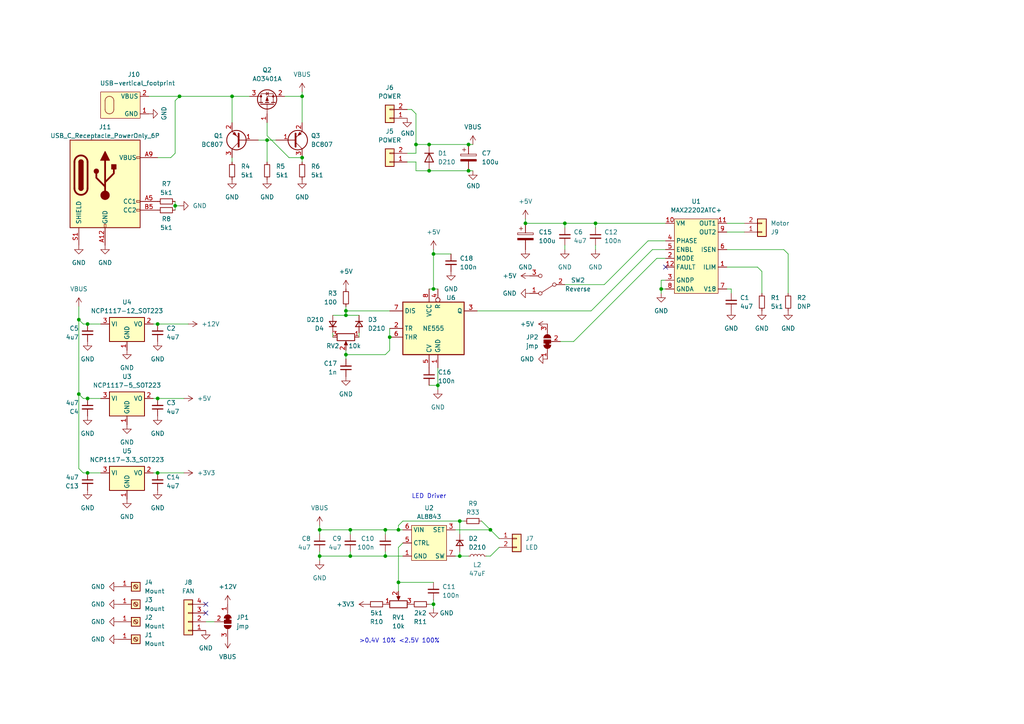
<source format=kicad_sch>
(kicad_sch (version 20231120) (generator "eeschema") (generator_version "8.0")
  (paper "A4")
  (lib_symbols
    (symbol "Connector:Screw_Terminal_01x01" (pin_names (offset 1.016) hide)
      (property "Reference" "J" (at 0 2.54 0))
      (property "Value" "Screw_Terminal_01x01" (at 0 -2.54 0))
      (symbol "Screw_Terminal_01x01_1_1"
        (rectangle (start -1.27 1.27) (end 1.27 -1.27) (stroke (width 0.254)) (fill (type background)))
        (polyline (pts (xy -0.5334 0.3302) (xy 0.3302 -0.508)) (stroke (width 0.1524)))
        (polyline (pts (xy -0.3556 0.508) (xy 0.508 -0.3302)) (stroke (width 0.1524)))
        (circle (center 0 0) (radius 0.635) (stroke (width 0.1524)))
        (pin passive line (at -5.08 0 0) (length 3.81) (name "Pin_1") (number "1"))
      )
    )
    (symbol "Connector:USB_C_Receptacle_PowerOnly_6P" (pin_names (offset 1.016))
      (property "Reference" "J" (at 0 16.51 0))
      (property "Value" "USB_C_Receptacle_PowerOnly_6P" (at 0 13.97 0))
      (symbol "USB_C_Receptacle_PowerOnly_6P_0_0"
        (rectangle (start -0.254 -12.7) (end 0.254 -11.684))
        (rectangle (start 10.16 -7.366) (end 9.144 -7.874))
        (rectangle (start 10.16 -4.826) (end 9.144 -5.334))
        (rectangle (start 10.16 7.874) (end 9.144 7.366))
      )
      (symbol "USB_C_Receptacle_PowerOnly_6P_0_1"
        (rectangle (start -10.16 12.7) (end 10.16 -12.7) (stroke (width 0.254)) (fill (type background)))
        (arc (start -8.89 -1.27) (mid -6.985 -3.1667) (end -5.08 -1.27) (stroke (width 0.508)))
        (arc (start -7.62 -1.27) (mid -6.985 -1.9023) (end -6.35 -1.27) (stroke (width 0.254)))
        (arc (start -7.62 -1.27) (mid -6.985 -1.9023) (end -6.35 -1.27) (stroke (width 0.254)) (fill (type outline)))
        (rectangle (start -7.62 -1.27) (end -6.35 6.35) (stroke (width 0.254)) (fill (type outline)))
        (arc (start -6.35 6.35) (mid -6.985 6.9823) (end -7.62 6.35) (stroke (width 0.254)))
        (arc (start -6.35 6.35) (mid -6.985 6.9823) (end -7.62 6.35) (stroke (width 0.254)) (fill (type outline)))
        (arc (start -5.08 6.35) (mid -6.985 8.2467) (end -8.89 6.35) (stroke (width 0.508)))
        (circle (center -2.54 3.683) (radius 0.635) (stroke (width 0.254)) (fill (type outline)))
        (circle (center 0 -3.302) (radius 1.27) (fill (type outline)))
        (polyline (pts (xy -8.89 -1.27) (xy -8.89 6.35)) (stroke (width 0.508)))
        (polyline (pts (xy -5.08 6.35) (xy -5.08 -1.27)) (stroke (width 0.508)))
        (polyline (pts (xy 0 -3.302) (xy 0 6.858)) (stroke (width 0.508)))
        (polyline (pts (xy 0 -0.762) (xy -2.54 1.778) (xy -2.54 3.048)) (stroke (width 0.508)))
        (polyline (pts (xy 0 0.508) (xy 2.54 3.048) (xy 2.54 4.318)) (stroke (width 0.508)))
        (polyline (pts (xy -1.27 6.858) (xy 0 9.398) (xy 1.27 6.858) (xy -1.27 6.858)) (stroke (width 0.254)) (fill (type outline)))
        (rectangle (start 1.905 4.318) (end 3.175 5.588) (stroke (width 0.254)) (fill (type outline)))
      )
      (symbol "USB_C_Receptacle_PowerOnly_6P_1_1"
        (pin passive line (at 0 -17.78 90) (length 5.08) (name "GND") (number "A12"))
        (pin bidirectional line (at 15.24 -5.08 180) (length 5.08) (name "CC1") (number "A5"))
        (pin passive line (at 15.24 7.62 180) (length 5.08) (name "VBUS") (number "A9"))
        (pin passive line (at 0 -17.78 90) (length 5.08) hide (name "GND") (number "B12"))
        (pin bidirectional line (at 15.24 -7.62 180) (length 5.08) (name "CC2") (number "B5"))
        (pin passive line (at 15.24 7.62 180) (length 5.08) hide (name "VBUS") (number "B9"))
        (pin passive line (at -7.62 -17.78 90) (length 5.08) (name "SHIELD") (number "S1"))
      )
    )
    (symbol "Connector_Generic:Conn_01x02" (pin_names (offset 1.016) hide)
      (property "Reference" "J" (at 0 2.54 0))
      (property "Value" "Conn_01x02" (at 0 -5.08 0))
      (symbol "Conn_01x02_1_1"
        (rectangle (start -1.27 -2.413) (end 0 -2.667) (stroke (width 0.1524)))
        (rectangle (start -1.27 0.127) (end 0 -0.127) (stroke (width 0.1524)))
        (rectangle (start -1.27 1.27) (end 1.27 -3.81) (stroke (width 0.254)) (fill (type background)))
        (pin passive line (at -5.08 0 0) (length 3.81) (name "Pin_1") (number "1"))
        (pin passive line (at -5.08 -2.54 0) (length 3.81) (name "Pin_2") (number "2"))
      )
    )
    (symbol "Connector_Generic:Conn_01x04" (pin_names (offset 1.016) hide)
      (property "Reference" "J" (at 0 5.08 0))
      (property "Value" "Conn_01x04" (at 0 -7.62 0))
      (symbol "Conn_01x04_1_1"
        (rectangle (start -1.27 -4.953) (end 0 -5.207) (stroke (width 0.1524)))
        (rectangle (start -1.27 -2.413) (end 0 -2.667) (stroke (width 0.1524)))
        (rectangle (start -1.27 0.127) (end 0 -0.127) (stroke (width 0.1524)))
        (rectangle (start -1.27 2.667) (end 0 2.413) (stroke (width 0.1524)))
        (rectangle (start -1.27 3.81) (end 1.27 -6.35) (stroke (width 0.254)) (fill (type background)))
        (pin passive line (at -5.08 2.54 0) (length 3.81) (name "Pin_1") (number "1"))
        (pin passive line (at -5.08 0 0) (length 3.81) (name "Pin_2") (number "2"))
        (pin passive line (at -5.08 -2.54 0) (length 3.81) (name "Pin_3") (number "3"))
        (pin passive line (at -5.08 -5.08 0) (length 3.81) (name "Pin_4") (number "4"))
      )
    )
    (symbol "Device:C_Polarized" (pin_numbers hide) (pin_names (offset 0.254))
      (property "Reference" "C" (at 0.635 2.54 0))
      (property "Value" "C_Polarized" (at 0.635 -2.54 0))
      (symbol "C_Polarized_0_1"
        (rectangle (start -2.286 0.508) (end 2.286 1.016))
        (polyline (pts (xy -1.778 2.286) (xy -0.762 2.286)))
        (polyline (pts (xy -1.27 2.794) (xy -1.27 1.778)))
        (rectangle (start 2.286 -0.508) (end -2.286 -1.016) (fill (type outline)))
      )
      (symbol "C_Polarized_1_1"
        (pin passive line (at 0 3.81 270) (length 2.794) (name "~") (number "1"))
        (pin passive line (at 0 -3.81 90) (length 2.794) (name "~") (number "2"))
      )
    )
    (symbol "Device:C_Small" (pin_numbers hide) (pin_names (offset 0.254) hide)
      (property "Reference" "C" (at 0.254 1.778 0))
      (property "Value" "C_Small" (at 0.254 -2.032 0))
      (symbol "C_Small_0_1"
        (polyline (pts (xy -1.524 -0.508) (xy 1.524 -0.508)) (stroke (width 0.3302)))
        (polyline (pts (xy -1.524 0.508) (xy 1.524 0.508)) (stroke (width 0.3048)))
      )
      (symbol "C_Small_1_1"
        (pin passive line (at 0 2.54 270) (length 2.032) (name "~") (number "1"))
        (pin passive line (at 0 -2.54 90) (length 2.032) (name "~") (number "2"))
      )
    )
    (symbol "Device:D" (pin_numbers hide) (pin_names (offset 1.016) hide)
      (property "Reference" "D" (at 0 2.54 0))
      (property "Value" "D" (at 0 -2.54 0))
      (symbol "D_0_1"
        (polyline (pts (xy -1.27 1.27) (xy -1.27 -1.27)) (stroke (width 0.254)))
        (polyline (pts (xy 1.27 0) (xy -1.27 0)))
        (polyline (pts (xy 1.27 1.27) (xy 1.27 -1.27) (xy -1.27 0) (xy 1.27 1.27)) (stroke (width 0.254)))
      )
      (symbol "D_1_1"
        (pin passive line (at -3.81 0 0) (length 2.54) (name "K") (number "1"))
        (pin passive line (at 3.81 0 180) (length 2.54) (name "A") (number "2"))
      )
    )
    (symbol "Device:D_Small" (pin_numbers hide) (pin_names (offset 0.254) hide)
      (property "Reference" "D" (at -1.27 2.032 0))
      (property "Value" "D_Small" (at -3.81 -2.032 0))
      (symbol "D_Small_0_1"
        (polyline (pts (xy -0.762 -1.016) (xy -0.762 1.016)) (stroke (width 0.254)))
        (polyline (pts (xy -0.762 0) (xy 0.762 0)))
        (polyline (pts (xy 0.762 -1.016) (xy -0.762 0) (xy 0.762 1.016) (xy 0.762 -1.016)) (stroke (width 0.254)))
      )
      (symbol "D_Small_1_1"
        (pin passive line (at -2.54 0 0) (length 1.778) (name "K") (number "1"))
        (pin passive line (at 2.54 0 180) (length 1.778) (name "A") (number "2"))
      )
    )
    (symbol "Device:L_Small" (pin_numbers hide) (pin_names (offset 0.254) hide)
      (property "Reference" "L" (at 0.762 1.016 0))
      (property "Value" "L_Small" (at 0.762 -1.016 0))
      (symbol "L_Small_0_1"
        (arc (start 0 -2.032) (mid 0.5058 -1.524) (end 0 -1.016))
        (arc (start 0 -1.016) (mid 0.5058 -0.508) (end 0 0))
        (arc (start 0 0) (mid 0.5058 0.508) (end 0 1.016))
        (arc (start 0 1.016) (mid 0.5058 1.524) (end 0 2.032))
      )
      (symbol "L_Small_1_1"
        (pin passive line (at 0 2.54 270) (length 0.508) (name "~") (number "1"))
        (pin passive line (at 0 -2.54 90) (length 0.508) (name "~") (number "2"))
      )
    )
    (symbol "Device:R_Potentiometer" (pin_names (offset 1.016) hide)
      (property "Reference" "RV" (at -4.445 0 90))
      (property "Value" "R_Potentiometer" (at -2.54 0 90))
      (symbol "R_Potentiometer_0_1"
        (polyline (pts (xy 2.54 0) (xy 1.524 0)))
        (polyline (pts (xy 1.143 0) (xy 2.286 0.508) (xy 2.286 -0.508) (xy 1.143 0)) (fill (type outline)))
        (rectangle (start 1.016 2.54) (end -1.016 -2.54) (stroke (width 0.254)))
      )
      (symbol "R_Potentiometer_1_1"
        (pin passive line (at 0 3.81 270) (length 1.27) (name "1") (number "1"))
        (pin passive line (at 3.81 0 180) (length 1.27) (name "2") (number "2"))
        (pin passive line (at 0 -3.81 90) (length 1.27) (name "3") (number "3"))
      )
    )
    (symbol "Device:R_Small" (pin_numbers hide) (pin_names (offset 0.254) hide)
      (property "Reference" "R" (at 0.762 0.508 0))
      (property "Value" "R_Small" (at 0.762 -1.016 0))
      (symbol "R_Small_0_1"
        (rectangle (start -0.762 1.778) (end 0.762 -1.778) (stroke (width 0.2032)))
      )
      (symbol "R_Small_1_1"
        (pin passive line (at 0 2.54 270) (length 0.762) (name "~") (number "1"))
        (pin passive line (at 0 -2.54 90) (length 0.762) (name "~") (number "2"))
      )
    )
    (symbol "Jumper:SolderJumper_3_Bridged12" (pin_names (offset 0) hide)
      (property "Reference" "JP" (at -2.54 -2.54 0))
      (property "Value" "SolderJumper_3_Bridged12" (at 0 2.794 0))
      (symbol "SolderJumper_3_Bridged12_0_1"
        (rectangle (start -1.016 0.508) (end -0.508 -0.508) (fill (type outline)))
        (arc (start -1.016 1.016) (mid -2.0276 0) (end -1.016 -1.016))
        (arc (start -1.016 1.016) (mid -2.0276 0) (end -1.016 -1.016) (fill (type outline)))
        (rectangle (start -0.508 1.016) (end 0.508 -1.016) (fill (type outline)))
        (polyline (pts (xy -2.54 0) (xy -2.032 0)))
        (polyline (pts (xy -1.016 1.016) (xy -1.016 -1.016)))
        (polyline (pts (xy 0 -1.27) (xy 0 -1.016)))
        (polyline (pts (xy 1.016 1.016) (xy 1.016 -1.016)))
        (polyline (pts (xy 2.54 0) (xy 2.032 0)))
        (arc (start 1.016 -1.016) (mid 2.0276 0) (end 1.016 1.016))
        (arc (start 1.016 -1.016) (mid 2.0276 0) (end 1.016 1.016) (fill (type outline)))
      )
      (symbol "SolderJumper_3_Bridged12_1_1"
        (pin passive line (at -5.08 0 0) (length 2.54) (name "A") (number "1"))
        (pin passive line (at 0 -3.81 90) (length 2.54) (name "C") (number "2"))
        (pin passive line (at 5.08 0 180) (length 2.54) (name "B") (number "3"))
      )
    )
    (symbol "Regulator_Linear:NCP1117-12_SOT223"
      (property "Reference" "U" (at -3.81 3.175 0))
      (property "Value" "NCP1117-12_SOT223" (at 0 3.175 0))
      (symbol "NCP1117-12_SOT223_0_1"
        (rectangle (start -5.08 -5.08) (end 5.08 1.905) (stroke (width 0.254)) (fill (type background)))
      )
      (symbol "NCP1117-12_SOT223_1_1"
        (pin power_in line (at 0 -7.62 90) (length 2.54) (name "GND") (number "1"))
        (pin power_out line (at 7.62 0 180) (length 2.54) (name "VO") (number "2"))
        (pin power_in line (at -7.62 0 0) (length 2.54) (name "VI") (number "3"))
      )
    )
    (symbol "Regulator_Linear:NCP1117-3.3_SOT223"
      (property "Reference" "U" (at -3.81 3.175 0))
      (property "Value" "NCP1117-3.3_SOT223" (at 0 3.175 0))
      (symbol "NCP1117-3.3_SOT223_0_1"
        (rectangle (start -5.08 -5.08) (end 5.08 1.905) (stroke (width 0.254)) (fill (type background)))
      )
      (symbol "NCP1117-3.3_SOT223_1_1"
        (pin power_in line (at 0 -7.62 90) (length 2.54) (name "GND") (number "1"))
        (pin power_out line (at 7.62 0 180) (length 2.54) (name "VO") (number "2"))
        (pin power_in line (at -7.62 0 0) (length 2.54) (name "VI") (number "3"))
      )
    )
    (symbol "Switch:SW_SPDT" (pin_names (offset 0) hide)
      (property "Reference" "SW" (at 0 4.318 0))
      (property "Value" "SW_SPDT" (at 0 -5.08 0))
      (symbol "SW_SPDT_0_0"
        (circle (center -2.032 0) (radius 0.508))
        (circle (center 2.032 -2.54) (radius 0.508))
      )
      (symbol "SW_SPDT_0_1"
        (polyline (pts (xy -1.524 0.254) (xy 1.651 2.286)))
        (circle (center 2.032 2.54) (radius 0.508))
      )
      (symbol "SW_SPDT_1_1"
        (pin passive line (at 5.08 2.54 180) (length 2.54) (name "A") (number "1"))
        (pin passive line (at -5.08 0 0) (length 2.54) (name "B") (number "2"))
        (pin passive line (at 5.08 -2.54 180) (length 2.54) (name "C") (number "3"))
      )
    )
    (symbol "Transistor_BJT:BC807" (pin_names (offset 0) hide)
      (property "Reference" "Q" (at 5.08 1.905 0))
      (property "Value" "BC807" (at 5.08 0 0))
      (symbol "BC807_0_1"
        (polyline (pts (xy 0.635 0.635) (xy 2.54 2.54)))
        (polyline (pts (xy 0.635 -0.635) (xy 2.54 -2.54) (xy 2.54 -2.54)))
        (polyline (pts (xy 0.635 1.905) (xy 0.635 -1.905) (xy 0.635 -1.905)) (stroke (width 0.508)))
        (polyline (pts (xy 2.286 -1.778) (xy 1.778 -2.286) (xy 1.27 -1.27) (xy 2.286 -1.778) (xy 2.286 -1.778)) (fill (type outline)))
        (circle (center 1.27 0) (radius 2.8194) (stroke (width 0.254)))
      )
      (symbol "BC807_1_1"
        (pin input line (at -5.08 0 0) (length 5.715) (name "B") (number "1"))
        (pin passive line (at 2.54 -5.08 90) (length 2.54) (name "E") (number "2"))
        (pin passive line (at 2.54 5.08 270) (length 2.54) (name "C") (number "3"))
      )
    )
    (symbol "Transistor_FET:AO3401A" (pin_names hide)
      (property "Reference" "Q" (at 5.08 1.905 0))
      (property "Value" "AO3401A" (at 5.08 0 0))
      (symbol "AO3401A_0_1"
        (polyline (pts (xy 0.254 0) (xy -2.54 0)))
        (polyline (pts (xy 0.254 1.905) (xy 0.254 -1.905)) (stroke (width 0.254)))
        (polyline (pts (xy 0.762 -1.27) (xy 0.762 -2.286)) (stroke (width 0.254)))
        (polyline (pts (xy 0.762 0.508) (xy 0.762 -0.508)) (stroke (width 0.254)))
        (polyline (pts (xy 0.762 2.286) (xy 0.762 1.27)) (stroke (width 0.254)))
        (polyline (pts (xy 2.54 2.54) (xy 2.54 1.778)))
        (polyline (pts (xy 2.54 -2.54) (xy 2.54 0) (xy 0.762 0)))
        (polyline (pts (xy 0.762 1.778) (xy 3.302 1.778) (xy 3.302 -1.778) (xy 0.762 -1.778)))
        (polyline (pts (xy 2.286 0) (xy 1.27 0.381) (xy 1.27 -0.381) (xy 2.286 0)) (fill (type outline)))
        (polyline (pts (xy 2.794 -0.508) (xy 2.921 -0.381) (xy 3.683 -0.381) (xy 3.81 -0.254)))
        (polyline (pts (xy 3.302 -0.381) (xy 2.921 0.254) (xy 3.683 0.254) (xy 3.302 -0.381)))
        (circle (center 1.651 0) (radius 2.794) (stroke (width 0.254)))
        (circle (center 2.54 -1.778) (radius 0.254) (fill (type outline)))
        (circle (center 2.54 1.778) (radius 0.254) (fill (type outline)))
      )
      (symbol "AO3401A_1_1"
        (pin input line (at -5.08 0 0) (length 2.54) (name "G") (number "1"))
        (pin passive line (at 2.54 -5.08 90) (length 2.54) (name "S") (number "2"))
        (pin passive line (at 2.54 5.08 270) (length 2.54) (name "D") (number "3"))
      )
    )
    (symbol "otter:+3.3V" (power) (pin_names (offset 0))
      (property "Value" "+3.3V" (at 0 3.556 0))
      (symbol "+3.3V_0_1"
        (polyline (pts (xy -0.762 1.27) (xy 0 2.54)))
        (polyline (pts (xy 0 0) (xy 0 2.54)))
        (polyline (pts (xy 0 2.54) (xy 0.762 1.27)))
      )
      (symbol "+3.3V_1_1"
        (pin power_in line (at 0 0 90) (length 0) hide (name "+3V3") (number "1"))
      )
    )
    (symbol "otter:+5V" (power) (pin_names (offset 0))
      (property "Value" "+5V" (at 0 3.556 0))
      (symbol "+5V_0_1"
        (polyline (pts (xy -0.762 1.27) (xy 0 2.54)))
        (polyline (pts (xy 0 0) (xy 0 2.54)))
        (polyline (pts (xy 0 2.54) (xy 0.762 1.27)))
      )
      (symbol "+5V_1_1"
        (pin power_in line (at 0 0 90) (length 0) hide (name "+5V") (number "1"))
      )
    )
    (symbol "otter:AL8843"
      (property "Reference" "U" (at 0 8.89 0))
      (property "Value" "AL8843" (at 0 6.35 0))
      (symbol "AL8843_1_1"
        (rectangle (start -5.08 5.08) (end 5.08 -5.08) (fill (type background)))
        (pin input line (at -7.62 -3.81 0) (length 2.54) (name "GND") (number "1"))
        (pin input line (at -7.62 -3.81 0) (length 2.54) hide (name "GND") (number "2"))
        (pin input line (at 7.62 3.81 180) (length 2.54) (name "SET") (number "3"))
        (pin input line (at -7.62 0 0) (length 2.54) (name "CTRL") (number "5"))
        (pin input line (at -7.62 3.81 0) (length 2.54) (name "VIN") (number "6"))
        (pin input line (at 7.62 -3.81 180) (length 2.54) (name "SW") (number "7"))
        (pin input line (at 7.62 -3.81 180) (length 2.54) hide (name "SW") (number "8"))
        (pin input line (at -7.62 -3.81 0) (length 2.54) hide (name "GND") (number "9"))
      )
    )
    (symbol "otter:GND" (power) (pin_names (offset 0))
      (property "Value" "GND" (at 0 -3.81 0))
      (symbol "GND_0_1"
        (polyline (pts (xy 0 0) (xy 0 -1.27) (xy 1.27 -1.27) (xy 0 -2.54) (xy -1.27 -1.27) (xy 0 -1.27)))
      )
      (symbol "GND_1_1"
        (pin power_in line (at 0 0 270) (length 0) hide (name "GND") (number "1"))
      )
    )
    (symbol "otter:MAX22202ATC+"
      (property "Reference" "U" (at 0 17.145 0))
      (property "Value" "MAX22202ATC+" (at 0 14.605 0))
      (symbol "MAX22202ATC+_1_1"
        (rectangle (start -6.35 12.7) (end 6.35 -8.89) (fill (type background)))
        (pin input line (at 8.89 -1.27 180) (length 2.54) (name "ILIM") (number "1"))
        (pin input line (at -8.89 11.43 0) (length 2.54) (name "VM") (number "10"))
        (pin input line (at 8.89 11.43 180) (length 2.54) (name "OUT1") (number "11"))
        (pin input line (at -8.89 -1.27 0) (length 2.54) (name "FAULT") (number "12"))
        (pin input line (at -8.89 1.27 0) (length 2.54) (name "MODE") (number "2"))
        (pin input line (at -8.89 -5.08 0) (length 2.54) (name "GNDP") (number "3"))
        (pin input line (at -8.89 6.35 0) (length 2.54) (name "PHASE") (number "4"))
        (pin input line (at -8.89 3.81 0) (length 2.54) (name "ENBL") (number "5"))
        (pin input line (at 8.89 3.81 180) (length 2.54) (name "ISEN") (number "6"))
        (pin input line (at 8.89 -7.62 180) (length 2.54) (name "V18") (number "7"))
        (pin input line (at -8.89 -7.62 0) (length 2.54) (name "GNDA") (number "8"))
        (pin input line (at 8.89 8.89 180) (length 2.54) (name "OUT2") (number "9"))
        (pin input line (at -8.89 -7.62 0) (length 2.54) hide (name "GNDA") (number "EP"))
      )
    )
    (symbol "otter:NE555"
      (property "Reference" "U" (at 0 25.4 0))
      (symbol "NE555_0_1"
        (rectangle (start -8.89 -7.62) (end 8.89 7.62) (stroke (width 0.254)) (fill (type background)))
        (rectangle (start -8.89 -7.62) (end 8.89 7.62) (stroke (width 0.254)) (fill (type background)))
      )
      (symbol "NE555_1_0"
        (pin power_in line (at 1.27 -11.43 90) (length 3.81) (name "GND") (number "1"))
        (pin power_in line (at -1.27 11.43 270) (length 3.81) (name "VCC") (number "8"))
      )
      (symbol "NE555_1_1"
        (pin input line (at -12.7 0 0) (length 3.81) (name "TR") (number "2"))
        (pin output line (at 12.7 5.08 180) (length 3.81) (name "Q") (number "3"))
        (pin input inverted (at 1.27 11.43 270) (length 3.81) (name "R") (number "4"))
        (pin input line (at -1.27 -11.43 90) (length 3.81) (name "CV") (number "5"))
        (pin input line (at -12.7 -2.54 0) (length 3.81) (name "THR") (number "6"))
        (pin input line (at -12.7 5.08 0) (length 3.81) (name "DIS") (number "7"))
      )
    )
    (symbol "otter:USB-vertical_footprint"
      (property "Reference" "J" (at -5.08 7.62 0))
      (property "Value" "USB-vertical_footprint" (at -6.35 5.08 0))
      (symbol "USB-vertical_footprint_0_1"
        (arc (start -10.1601 -1.2701) (mid -9.7881 -2.1681) (end -8.8901 -2.5401))
        (arc (start -8.89 -2.5402) (mid -7.992 -2.1682) (end -7.62 -1.2702))
        (arc (start -8.8901 2.5401) (mid -9.7881 2.1681) (end -10.1601 1.2701))
        (arc (start -7.62 1.27) (mid -7.992 2.168) (end -8.89 2.54))
        (polyline (pts (xy -10.16 1.27) (xy -10.16 -1.27)))
        (polyline (pts (xy -7.62 -1.27) (xy -7.62 1.27)))
        (rectangle (start 0 3.81) (end -11.43 -3.81) (fill (type background)))
      )
      (symbol "USB-vertical_footprint_1_1"
        (pin input line (at 2.54 -2.54 180) (length 2.54) (name "GND") (number "1"))
        (pin input line (at 2.54 2.54 180) (length 2.54) (name "VBUS") (number "2"))
        (pin input line (at 2.54 -2.54 180) (length 2.54) hide (name "GND") (number "S1"))
      )
    )
    (symbol "power:+12V" (power) (pin_names (offset 0))
      (property "Value" "+12V" (at 0 3.556 0))
      (symbol "+12V_0_1"
        (polyline (pts (xy -0.762 1.27) (xy 0 2.54)))
        (polyline (pts (xy 0 0) (xy 0 2.54)))
        (polyline (pts (xy 0 2.54) (xy 0.762 1.27)))
      )
      (symbol "+12V_1_1"
        (pin power_in line (at 0 0 90) (length 0) hide (name "+12V") (number "1"))
      )
    )
    (symbol "power:GND" (power) (pin_names (offset 0))
      (property "Value" "GND" (at 0 -3.81 0))
      (symbol "GND_0_1"
        (polyline (pts (xy 0 0) (xy 0 -1.27) (xy 1.27 -1.27) (xy 0 -2.54) (xy -1.27 -1.27) (xy 0 -1.27)))
      )
      (symbol "GND_1_1"
        (pin power_in line (at 0 0 270) (length 0) hide (name "GND") (number "1"))
      )
    )
    (symbol "power:VBUS" (power) (pin_names (offset 0))
      (property "Value" "VBUS" (at 0 3.81 0))
      (symbol "VBUS_0_1"
        (polyline (pts (xy -0.762 1.27) (xy 0 2.54)))
        (polyline (pts (xy 0 0) (xy 0 2.54)))
        (polyline (pts (xy 0 2.54) (xy 0.762 1.27)))
      )
      (symbol "VBUS_1_1"
        (pin power_in line (at 0 0 90) (length 0) hide (name "VBUS") (number "1"))
      )
    )
  )
  (junction (at 92.71 153.67))
  (junction (at 163.83 64.77))
  (junction (at 92.71 161.29))
  (junction (at 45.72 137.16))
  (junction (at 101.6 161.29))
  (junction (at 152.4 64.77))
  (junction (at 87.63 27.94))
  (junction (at 100.33 90.17))
  (junction (at 50.8 59.69))
  (junction (at 142.24 153.67))
  (junction (at 77.47 40.64))
  (junction (at 127 111.76))
  (junction (at 67.31 27.94))
  (junction (at 172.72 64.77))
  (junction (at 115.57 153.67))
  (junction (at 87.63 45.72))
  (junction (at 22.86 114.3))
  (junction (at 45.72 115.57))
  (junction (at 115.57 168.91))
  (junction (at 111.76 153.67))
  (junction (at 101.6 153.67))
  (junction (at 25.4 115.57))
  (junction (at 22.86 92.71))
  (junction (at 124.46 41.91))
  (junction (at 113.03 97.79))
  (junction (at 52.07 27.94))
  (junction (at 191.77 83.82))
  (junction (at 133.35 151.13))
  (junction (at 125.73 83.82))
  (junction (at 25.4 137.16))
  (junction (at 133.35 161.29))
  (junction (at 135.89 49.53))
  (junction (at 111.76 161.29))
  (junction (at 120.65 41.91))
  (junction (at 25.4 93.98))
  (junction (at 125.73 175.26))
  (junction (at 45.72 93.98))
  (junction (at 100.33 91.44))
  (junction (at 100.33 102.87))
  (junction (at 124.46 49.53))
  (junction (at 135.89 41.91))
  (junction (at 125.73 73.66))
  (no_connect (at 59.69 177.8))
  (no_connect (at 59.69 175.26))
  (no_connect (at 193.04 77.47))
  (wire (pts (xy 127 111.76) (xy 127 106.68)))
  (wire (pts (xy 100.33 102.87) (xy 111.76 102.87)))
  (wire (pts (xy 120.65 46.99) (xy 118.11 46.99)))
  (wire (pts (xy 100.33 91.44) (xy 104.14 91.44)))
  (wire (pts (xy 144.78 158.75) (xy 142.24 161.29)))
  (wire (pts (xy 120.65 41.91) (xy 120.65 44.45)))
  (wire (pts (xy 193.04 69.85) (xy 187.96 69.85)))
  (wire (pts (xy 133.35 161.29) (xy 135.89 161.29)))
  (wire (pts (xy 50.8 58.42) (xy 50.8 59.69)))
  (wire (pts (xy 120.65 44.45) (xy 118.11 44.45)))
  (wire (pts (xy 115.57 168.91) (xy 125.73 168.91)))
  (wire (pts (xy 50.8 29.21) (xy 50.8 44.45)))
  (wire (pts (xy 163.83 72.39) (xy 163.83 71.12)))
  (wire (pts (xy 25.4 137.16) (xy 29.21 137.16)))
  (wire (pts (xy 101.6 153.67) (xy 111.76 153.67)))
  (wire (pts (xy 172.72 64.77) (xy 193.04 64.77)))
  (wire (pts (xy 127 113.03) (xy 127 111.76)))
  (wire (pts (xy 116.84 151.13) (xy 133.35 151.13)))
  (wire (pts (xy 120.65 33.02) (xy 120.65 41.91)))
  (wire (pts (xy 116.84 157.48) (xy 115.57 158.75)))
  (wire (pts (xy 172.72 64.77) (xy 172.72 66.04)))
  (wire (pts (xy 191.77 83.82) (xy 193.04 83.82)))
  (wire (pts (xy 124.46 49.53) (xy 120.65 49.53)))
  (wire (pts (xy 118.11 31.75) (xy 119.38 31.75)))
  (wire (pts (xy 45.72 137.16) (xy 53.34 137.16)))
  (wire (pts (xy 44.45 115.57) (xy 45.72 115.57)))
  (wire (pts (xy 24.13 93.98) (xy 25.4 93.98)))
  (wire (pts (xy 124.46 41.91) (xy 135.89 41.91)))
  (wire (pts (xy 22.86 92.71) (xy 22.86 114.3)))
  (wire (pts (xy 50.8 29.21) (xy 52.07 27.94)))
  (wire (pts (xy 210.82 77.47) (xy 219.71 77.47)))
  (wire (pts (xy 111.76 153.67) (xy 115.57 153.67)))
  (wire (pts (xy 24.13 93.98) (xy 22.86 92.71)))
  (wire (pts (xy 101.6 153.67) (xy 101.6 154.94)))
  (wire (pts (xy 115.57 152.4) (xy 116.84 151.13)))
  (wire (pts (xy 191.77 83.82) (xy 191.77 85.09)))
  (wire (pts (xy 137.16 49.53) (xy 135.89 49.53)))
  (wire (pts (xy 210.82 72.39) (xy 227.33 72.39)))
  (wire (pts (xy 92.71 161.29) (xy 101.6 161.29)))
  (wire (pts (xy 22.86 114.3) (xy 24.13 115.57)))
  (wire (pts (xy 193.04 72.39) (xy 189.23 72.39)))
  (wire (pts (xy 92.71 161.29) (xy 92.71 160.02)))
  (wire (pts (xy 25.4 93.98) (xy 29.21 93.98)))
  (wire (pts (xy 138.43 90.17) (xy 171.45 90.17)))
  (wire (pts (xy 133.35 160.02) (xy 133.35 161.29)))
  (wire (pts (xy 193.04 74.93) (xy 190.5 74.93)))
  (wire (pts (xy 96.52 91.44) (xy 100.33 91.44)))
  (wire (pts (xy 125.73 173.99) (xy 125.73 175.26)))
  (wire (pts (xy 22.86 135.89) (xy 24.13 137.16)))
  (wire (pts (xy 77.47 39.37) (xy 83.82 45.72)))
  (wire (pts (xy 52.07 27.94) (xy 67.31 27.94)))
  (wire (pts (xy 101.6 160.02) (xy 101.6 161.29)))
  (wire (pts (xy 45.72 45.72) (xy 49.53 45.72)))
  (wire (pts (xy 44.45 137.16) (xy 45.72 137.16)))
  (wire (pts (xy 104.14 97.79) (xy 104.14 96.52)))
  (wire (pts (xy 191.77 81.28) (xy 193.04 81.28)))
  (wire (pts (xy 124.46 111.76) (xy 127 111.76)))
  (wire (pts (xy 77.47 40.64) (xy 80.01 40.64)))
  (wire (pts (xy 92.71 162.56) (xy 92.71 161.29)))
  (wire (pts (xy 100.33 101.6) (xy 100.33 102.87)))
  (wire (pts (xy 132.08 153.67) (xy 142.24 153.67)))
  (wire (pts (xy 119.38 31.75) (xy 120.65 33.02)))
  (wire (pts (xy 125.73 72.39) (xy 125.73 73.66)))
  (wire (pts (xy 115.57 168.91) (xy 115.57 171.45)))
  (wire (pts (xy 163.83 82.55) (xy 175.26 82.55)))
  (wire (pts (xy 44.45 93.98) (xy 45.72 93.98)))
  (wire (pts (xy 111.76 153.67) (xy 111.76 154.94)))
  (wire (pts (xy 115.57 158.75) (xy 115.57 168.91)))
  (wire (pts (xy 140.97 161.29) (xy 142.24 161.29)))
  (wire (pts (xy 50.8 59.69) (xy 50.8 60.96)))
  (wire (pts (xy 162.56 99.06) (xy 166.37 99.06)))
  (wire (pts (xy 210.82 83.82) (xy 212.09 83.82)))
  (wire (pts (xy 139.7 151.13) (xy 142.24 153.67)))
  (wire (pts (xy 24.13 137.16) (xy 25.4 137.16)))
  (wire (pts (xy 113.03 97.79) (xy 113.03 101.6)))
  (wire (pts (xy 87.63 45.72) (xy 87.63 46.99)))
  (wire (pts (xy 67.31 27.94) (xy 72.39 27.94)))
  (wire (pts (xy 152.4 64.77) (xy 163.83 64.77)))
  (wire (pts (xy 132.08 161.29) (xy 133.35 161.29)))
  (wire (pts (xy 171.45 90.17) (xy 189.23 72.39)))
  (wire (pts (xy 83.82 45.72) (xy 87.63 45.72)))
  (wire (pts (xy 111.76 160.02) (xy 111.76 161.29)))
  (wire (pts (xy 142.24 153.67) (xy 144.78 156.21)))
  (wire (pts (xy 92.71 153.67) (xy 92.71 154.94)))
  (wire (pts (xy 125.73 73.66) (xy 125.73 83.82)))
  (wire (pts (xy 135.89 49.53) (xy 124.46 49.53)))
  (wire (pts (xy 67.31 45.72) (xy 67.31 46.99)))
  (wire (pts (xy 77.47 35.56) (xy 77.47 39.37)))
  (wire (pts (xy 24.13 115.57) (xy 25.4 115.57)))
  (wire (pts (xy 163.83 64.77) (xy 172.72 64.77)))
  (wire (pts (xy 133.35 151.13) (xy 134.62 151.13)))
  (wire (pts (xy 45.72 93.98) (xy 54.61 93.98)))
  (wire (pts (xy 49.53 45.72) (xy 50.8 44.45)))
  (wire (pts (xy 22.86 88.9) (xy 22.86 92.71)))
  (wire (pts (xy 62.23 180.34) (xy 59.69 180.34)))
  (wire (pts (xy 227.33 72.39) (xy 228.6 73.66)))
  (wire (pts (xy 220.98 78.74) (xy 220.98 85.09)))
  (wire (pts (xy 22.86 114.3) (xy 22.86 135.89)))
  (wire (pts (xy 101.6 161.29) (xy 111.76 161.29)))
  (wire (pts (xy 45.72 115.57) (xy 53.34 115.57)))
  (wire (pts (xy 87.63 26.67) (xy 87.63 27.94)))
  (wire (pts (xy 50.8 59.69) (xy 52.07 59.69)))
  (wire (pts (xy 100.33 88.9) (xy 100.33 90.17)))
  (wire (pts (xy 124.46 83.82) (xy 125.73 83.82)))
  (wire (pts (xy 191.77 81.28) (xy 191.77 83.82)))
  (wire (pts (xy 113.03 101.6) (xy 111.76 102.87)))
  (wire (pts (xy 77.47 40.64) (xy 77.47 46.99)))
  (wire (pts (xy 87.63 27.94) (xy 87.63 35.56)))
  (wire (pts (xy 125.73 175.26) (xy 125.73 176.53)))
  (wire (pts (xy 82.55 27.94) (xy 87.63 27.94)))
  (wire (pts (xy 100.33 104.14) (xy 100.33 102.87)))
  (wire (pts (xy 113.03 95.25) (xy 113.03 97.79)))
  (wire (pts (xy 133.35 151.13) (xy 133.35 154.94)))
  (wire (pts (xy 74.93 40.64) (xy 77.47 40.64)))
  (wire (pts (xy 67.31 27.94) (xy 67.31 35.56)))
  (wire (pts (xy 125.73 73.66) (xy 130.81 73.66)))
  (wire (pts (xy 111.76 161.29) (xy 116.84 161.29)))
  (wire (pts (xy 43.18 27.94) (xy 52.07 27.94)))
  (wire (pts (xy 100.33 90.17) (xy 113.03 90.17)))
  (wire (pts (xy 187.96 69.85) (xy 175.26 82.55)))
  (wire (pts (xy 212.09 83.82) (xy 212.09 85.09)))
  (wire (pts (xy 219.71 77.47) (xy 220.98 78.74)))
  (wire (pts (xy 135.89 41.91) (xy 137.16 41.91)))
  (wire (pts (xy 125.73 83.82) (xy 127 83.82)))
  (wire (pts (xy 92.71 153.67) (xy 101.6 153.67)))
  (wire (pts (xy 215.9 67.31) (xy 210.82 67.31)))
  (wire (pts (xy 115.57 153.67) (xy 116.84 153.67)))
  (wire (pts (xy 25.4 115.57) (xy 29.21 115.57)))
  (wire (pts (xy 163.83 64.77) (xy 163.83 66.04)))
  (wire (pts (xy 152.4 63.5) (xy 152.4 64.77)))
  (wire (pts (xy 100.33 91.44) (xy 100.33 90.17)))
  (wire (pts (xy 172.72 72.39) (xy 172.72 71.12)))
  (wire (pts (xy 124.46 175.26) (xy 125.73 175.26)))
  (wire (pts (xy 92.71 152.4) (xy 92.71 153.67)))
  (wire (pts (xy 190.5 74.93) (xy 166.37 99.06)))
  (wire (pts (xy 96.52 97.79) (xy 96.52 96.52)))
  (wire (pts (xy 228.6 73.66) (xy 228.6 85.09)))
  (wire (pts (xy 120.65 41.91) (xy 124.46 41.91)))
  (wire (pts (xy 115.57 152.4) (xy 115.57 153.67)))
  (wire (pts (xy 120.65 49.53) (xy 120.65 46.99)))
  (wire (pts (xy 215.9 64.77) (xy 210.82 64.77)))
  (text "LED Driver\n" (at 119.38 144.78 0) (effects (font (size 1.27 1.27)) (justify left bottom)))
  (text ">0.4V 10% <2.5V 100%\n" (at 104.14 186.69 0) (effects (font (size 1.27 1.27)) (justify left bottom)))
  (symbol (lib_id "otter:GND") (at 118.11 34.29 0) (unit 1)
    (property "Reference" "#PWR052" (effects (hide yes)))
    (property "Value" "GND" (at 118.237 38.6842 0))
  )
  (symbol (lib_id "power:VBUS") (at 92.71 152.4 0) (unit 1)
    (property "Reference" "#PWR024" (effects (hide yes)))
    (property "Value" "VBUS" (at 92.71 147.32 0))
  )
  (symbol (lib_id "otter:GND") (at 59.69 182.88 0) (mirror y) (unit 1)
    (property "Reference" "#PWR026" (effects (hide yes)))
    (property "Value" "GND" (at 59.69 187.96 0))
  )
  (symbol (lib_id "Device:C_Small") (at 130.81 76.2 0) (mirror y) (unit 1)
    (property "Reference" "C18" (at 133.35 74.9363 0) (effects (justify right)))
    (property "Value" "100n" (at 133.35 77.4763 0) (effects (justify right)))
    (property "Footprint" "otter:C_0603" (effects (hide yes)))
  )
  (symbol (lib_id "Device:C_Small") (at 45.72 139.7 0) (mirror x) (unit 1)
    (property "Reference" "C14" (at 48.26 138.4236 0) (effects (justify left)))
    (property "Value" "4u7" (at 48.26 140.9636 0) (effects (justify left)))
    (property "Footprint" "otter:C_0805" (effects (hide yes)))
  )
  (symbol (lib_id "otter:+5V") (at 152.4 63.5 0) (unit 1)
    (property "Reference" "#PWR012" (effects (hide yes)))
    (property "Value" "+5V" (at 152.4 58.42 0))
  )
  (symbol (lib_id "power:GND") (at 34.29 170.18 270) (unit 1)
    (property "Reference" "#PWR04" (effects (hide yes)))
    (property "Value" "GND" (at 30.48 170.18 90) (effects (justify right)))
  )
  (symbol (lib_id "Device:C_Small") (at 25.4 139.7 0) (mirror y) (unit 1)
    (property "Reference" "C13" (at 22.86 140.9764 0) (effects (justify left)))
    (property "Value" "4u7" (at 22.86 138.4364 0) (effects (justify left)))
    (property "Footprint" "otter:C_0805" (effects (hide yes)))
  )
  (symbol (lib_id "Device:R_Small") (at 77.47 49.53 180) (unit 1)
    (property "Reference" "R5" (at 80.01 48.2599 0) (effects (justify right)))
    (property "Value" "5k1" (at 80.01 50.7999 0) (effects (justify right)))
    (property "Footprint" "otter:R_0603" (effects (hide yes)))
  )
  (symbol (lib_id "Device:R_Small") (at 228.6 87.63 180) (unit 1)
    (property "Reference" "R2" (at 231.14 86.36 0) (effects (justify right)))
    (property "Value" "DNP" (at 231.14 88.9 0) (effects (justify right)))
    (property "Footprint" "otter:R_0603" (effects (hide yes)))
  )
  (symbol (lib_id "Device:C_Small") (at 124.46 109.22 0) (mirror y) (unit 1)
    (property "Reference" "C16" (at 127 107.9563 0) (effects (justify right)))
    (property "Value" "100n" (at 127 110.4963 0) (effects (justify right)))
    (property "Footprint" "otter:C_0603" (effects (hide yes)))
  )
  (symbol (lib_id "otter:GND") (at 127 113.03 0) (mirror y) (unit 1)
    (property "Reference" "#PWR047" (effects (hide yes)))
    (property "Value" "GND" (at 127 118.11 0))
  )
  (symbol (lib_id "otter:GND") (at 36.83 144.78 0) (unit 1)
    (property "Reference" "#PWR039" (effects (hide yes)))
    (property "Value" "GND" (at 36.83 149.86 0))
  )
  (symbol (lib_id "Device:R_Potentiometer") (at 100.33 97.79 270) (unit 1)
    (property "Reference" "RV2" (at 96.52 100.33 90))
    (property "Value" "10k" (at 102.87 100.33 90))
    (property "Footprint" "Potentiometer_THT:Potentiometer_Alps_RK09K_Single_Vertical" (effects (hide yes)))
  )
  (symbol (lib_id "Switch:SW_SPDT") (at 158.75 82.55 180) (unit 1)
    (property "Reference" "SW2" (at 167.64 81.28 0))
    (property "Value" "Reverse" (at 167.64 83.82 0))
    (property "Footprint" "Button_Switch_THT:SW_CuK_JS202011CQN_DPDT_Straight" (effects (hide yes)))
  )
  (symbol (lib_id "Device:L_Small") (at 138.43 161.29 90) (unit 1)
    (property "Reference" "L2" (at 138.43 163.83 90))
    (property "Value" "47uF" (at 138.43 166.37 90))
    (property "Footprint" "Inductor_SMD:L_Taiyo-Yuden_MD-5050" (effects (hide yes)))
  )
  (symbol (lib_id "Device:C_Small") (at 101.6 157.48 0) (mirror x) (unit 1)
    (property "Reference" "C9" (at 99.06 156.2036 0) (effects (justify right)))
    (property "Value" "4u7" (at 99.06 158.7436 0) (effects (justify right)))
    (property "Footprint" "otter:C_0805" (effects (hide yes)))
  )
  (symbol (lib_id "otter:AL8843") (at 124.46 157.48 0) (unit 1)
    (property "Reference" "U2" (at 124.46 147.32 0))
    (property "Value" "AL8843" (at 124.46 149.86 0))
    (property "Footprint" "Package_SO:Diodes_SO-8EP" (effects (hide yes)))
  )
  (symbol (lib_id "otter:GND") (at 137.16 49.53 0) (unit 1)
    (property "Reference" "#PWR016" (effects (hide yes)))
    (property "Value" "GND" (at 137.287 53.9242 0))
  )
  (symbol (lib_id "Device:R_Small") (at 48.26 58.42 90) (unit 1)
    (property "Reference" "R7" (at 48.26 53.34 90))
    (property "Value" "5k1" (at 48.26 55.88 90))
    (property "Footprint" "otter:R_0603" (effects (hide yes)))
  )
  (symbol (lib_id "Connector:Screw_Terminal_01x01") (at 39.37 175.26 0) (unit 1)
    (property "Reference" "J3" (at 41.91 173.99 0) (effects (justify left)))
    (property "Value" "Mount" (at 41.91 176.53 0) (effects (justify left)))
    (property "Footprint" "MountingHole:MountingHole_5.3mm_M5_Pad_Via" (effects (hide yes)))
  )
  (symbol (lib_id "Regulator_Linear:NCP1117-12_SOT223") (at 36.83 93.98 0) (unit 1)
    (property "Reference" "U4" (at 36.83 87.63 0))
    (property "Value" "NCP1117-12_SOT223" (at 36.83 90.17 0))
    (property "Footprint" "Package_TO_SOT_SMD:SOT-223-3_TabPin2" (effects (hide yes)))
    (property "Datasheet" "http://www.onsemi.com/pub_link/Collateral/NCP1117-D.PDF" (effects (hide yes)))
  )
  (symbol (lib_id "power:GND") (at 34.29 175.26 270) (unit 1)
    (property "Reference" "#PWR03" (effects (hide yes)))
    (property "Value" "GND" (at 30.48 175.26 90) (effects (justify right)))
  )
  (symbol (lib_id "Connector_Generic:Conn_01x04") (at 54.61 180.34 180) (unit 1)
    (property "Reference" "J8" (at 54.61 168.91 0))
    (property "Value" "FAN" (at 54.61 171.45 0))
    (property "Footprint" "Connector_PinHeader_2.54mm:PinHeader_1x04_P2.54mm_Vertical" (effects (hide yes)))
  )
  (symbol (lib_id "otter:GND") (at 25.4 99.06 0) (mirror y) (unit 1)
    (property "Reference" "#PWR028" (effects (hide yes)))
    (property "Value" "GND" (at 25.4 104.14 0))
  )
  (symbol (lib_id "otter:GND") (at 220.98 90.17 0) (mirror y) (unit 1)
    (property "Reference" "#PWR010" (effects (hide yes)))
    (property "Value" "GND" (at 220.98 95.25 0))
  )
  (symbol (lib_id "Device:C_Small") (at 172.72 68.58 0) (mirror y) (unit 1)
    (property "Reference" "C12" (at 175.26 67.3163 0) (effects (justify right)))
    (property "Value" "100n" (at 175.26 69.8563 0) (effects (justify right)))
    (property "Footprint" "otter:C_0603" (effects (hide yes)))
  )
  (symbol (lib_id "Jumper:SolderJumper_3_Bridged12") (at 66.04 180.34 270) (unit 1)
    (property "Reference" "JP1" (at 68.58 179.07 90) (effects (justify left)))
    (property "Value" "jmp" (at 68.58 181.61 90) (effects (justify left)))
    (property "Footprint" "otter:JMP_2_1" (effects (hide yes)))
  )
  (symbol (lib_id "otter:+3.3V") (at 106.68 175.26 90) (unit 1)
    (property "Reference" "#PWR036" (effects (hide yes)))
    (property "Value" "+3V3" (at 102.87 175.26 90) (effects (justify left)))
  )
  (symbol (lib_id "Device:R_Small") (at 109.22 175.26 90) (unit 1)
    (property "Reference" "R10" (at 109.22 180.34 90))
    (property "Value" "5k1" (at 109.22 177.8 90))
    (property "Footprint" "otter:R_0603" (effects (hide yes)))
  )
  (symbol (lib_id "otter:+5V") (at 153.67 80.01 90) (unit 1)
    (property "Reference" "#PWR044" (effects (hide yes)))
    (property "Value" "+5V" (at 149.86 80.01 90) (effects (justify left)))
  )
  (symbol (lib_id "otter:GND") (at 153.67 85.09 270) (mirror x) (unit 1)
    (property "Reference" "#PWR045" (effects (hide yes)))
    (property "Value" "GND" (at 149.86 85.09 90) (effects (justify right)))
  )
  (symbol (lib_id "Device:C_Small") (at 45.72 96.52 0) (mirror x) (unit 1)
    (property "Reference" "C2" (at 48.26 95.2436 0) (effects (justify left)))
    (property "Value" "4u7" (at 48.26 97.7836 0) (effects (justify left)))
    (property "Footprint" "otter:C_0805" (effects (hide yes)))
  )
  (symbol (lib_id "power:VBUS") (at 66.04 185.42 180) (unit 1)
    (property "Reference" "#PWR06" (effects (hide yes)))
    (property "Value" "VBUS" (at 66.04 190.5 0))
  )
  (symbol (lib_id "Device:D_Small") (at 133.35 157.48 270) (unit 1)
    (property "Reference" "D2" (at 135.89 156.21 90) (effects (justify left)))
    (property "Value" "D210" (at 135.89 158.75 90) (effects (justify left)))
    (property "Footprint" "Diode_SMD:D_SOD-123F" (effects (hide yes)))
    (property "Sim.Device" "D" (effects (hide yes)))
    (property "Sim.Pins" "1=K 2=A" (effects (hide yes)))
  )
  (symbol (lib_id "otter:USB-vertical_footprint") (at 40.64 30.48 0) (unit 1)
    (property "Reference" "J10" (at 40.64 21.59 0) (effects (justify right)))
    (property "Value" "USB-vertical_footprint" (at 50.8 24.13 0) (effects (justify right)))
    (property "Footprint" "otter:USB-C-vertical_footprint" (effects (hide yes)))
  )
  (symbol (lib_id "power:GND") (at 30.48 71.12 0) (unit 1)
    (property "Reference" "#PWR017" (effects (hide yes)))
    (property "Value" "GND" (at 30.48 76.2 0))
  )
  (symbol (lib_id "power:VBUS") (at 87.63 26.67 0) (unit 1)
    (property "Reference" "#PWR021" (effects (hide yes)))
    (property "Value" "VBUS" (at 87.63 21.59 0))
  )
  (symbol (lib_id "Transistor_BJT:BC807") (at 69.85 40.64 180) (unit 1)
    (property "Reference" "Q1" (at 64.77 39.3699 0) (effects (justify left)))
    (property "Value" "BC807" (at 64.77 41.9099 0) (effects (justify left)))
    (property "Footprint" "Package_TO_SOT_SMD:SOT-23" (effects (hide yes)))
    (property "Datasheet" "https://www.onsemi.com/pub/Collateral/BC808-D.pdf" (effects (hide yes)))
  )
  (symbol (lib_id "Device:C_Small") (at 100.33 106.68 0) (mirror x) (unit 1)
    (property "Reference" "C17" (at 97.79 105.4036 0) (effects (justify right)))
    (property "Value" "1n" (at 97.79 107.9436 0) (effects (justify right)))
    (property "Footprint" "otter:C_0603" (effects (hide yes)))
  )
  (symbol (lib_id "otter:+5V") (at 100.33 83.82 0) (unit 1)
    (property "Reference" "#PWR048" (effects (hide yes)))
    (property "Value" "+5V" (at 100.33 78.74 0))
  )
  (symbol (lib_id "Device:C_Small") (at 92.71 157.48 0) (mirror x) (unit 1)
    (property "Reference" "C8" (at 90.17 156.2036 0) (effects (justify right)))
    (property "Value" "4u7" (at 90.17 158.7436 0) (effects (justify right)))
    (property "Footprint" "otter:C_0805" (effects (hide yes)))
  )
  (symbol (lib_id "otter:MAX22202ATC+") (at 201.93 76.2 0) (unit 1)
    (property "Reference" "U1" (at 201.93 58.42 0))
    (property "Value" "MAX22202ATC+" (at 201.93 60.96 0))
    (property "Footprint" "otter:TDFN12-3x3" (effects (hide yes)))
  )
  (symbol (lib_id "Device:C_Polarized") (at 152.4 68.58 0) (unit 1)
    (property "Reference" "C15" (at 156.21 67.31 0) (effects (justify left)))
    (property "Value" "100u" (at 156.21 69.85 0) (effects (justify left)))
    (property "Footprint" "Capacitor_THT:CP_Radial_D8.0mm_P5.00mm" (effects (hide yes)))
  )
  (symbol (lib_id "otter:GND") (at 212.09 90.17 0) (mirror y) (unit 1)
    (property "Reference" "#PWR09" (effects (hide yes)))
    (property "Value" "GND" (at 212.09 95.25 0))
  )
  (symbol (lib_id "Connector_Generic:Conn_01x02") (at 113.03 34.29 180) (unit 1)
    (property "Reference" "J6" (at 113.03 25.4 0))
    (property "Value" "POWER" (at 113.03 27.94 0))
    (property "Footprint" "Connector_Phoenix_MC:PhoenixContact_MC_1,5_2-G-3.5_1x02_P3.50mm_Horizontal" (effects (hide yes)))
  )
  (symbol (lib_id "Device:R_Small") (at 67.31 49.53 180) (unit 1)
    (property "Reference" "R4" (at 69.85 48.2599 0) (effects (justify right)))
    (property "Value" "5k1" (at 69.85 50.7999 0) (effects (justify right)))
    (property "Footprint" "otter:R_0603" (effects (hide yes)))
  )
  (symbol (lib_id "Device:D_Small") (at 96.52 93.98 90) (unit 1)
    (property "Reference" "D4" (at 93.98 95.25 90) (effects (justify left)))
    (property "Value" "D210" (at 93.98 92.71 90) (effects (justify left)))
    (property "Footprint" "Diode_SMD:D_SOD-123F" (effects (hide yes)))
    (property "Sim.Device" "D" (effects (hide yes)))
    (property "Sim.Pins" "1=K 2=A" (effects (hide yes)))
  )
  (symbol (lib_id "otter:GND") (at 100.33 109.22 0) (mirror y) (unit 1)
    (property "Reference" "#PWR049" (effects (hide yes)))
    (property "Value" "GND" (at 100.33 114.3 0))
  )
  (symbol (lib_id "otter:GND") (at 158.75 104.14 270) (mirror x) (unit 1)
    (property "Reference" "#PWR043" (effects (hide yes)))
    (property "Value" "GND" (at 154.94 104.14 90) (effects (justify right)))
  )
  (symbol (lib_id "power:VBUS") (at 137.16 41.91 0) (unit 1)
    (property "Reference" "#PWR015" (effects (hide yes)))
    (property "Value" "VBUS" (at 137.16 36.83 0))
  )
  (symbol (lib_id "Device:R_Small") (at 137.16 151.13 90) (unit 1)
    (property "Reference" "R9" (at 137.16 146.05 90))
    (property "Value" "R33" (at 137.16 148.59 90))
    (property "Footprint" "otter:R_0805" (effects (hide yes)))
  )
  (symbol (lib_id "otter:GND") (at 92.71 162.56 0) (mirror y) (unit 1)
    (property "Reference" "#PWR023" (effects (hide yes)))
    (property "Value" "GND" (at 92.71 167.64 0))
  )
  (symbol (lib_id "otter:GND") (at 163.83 72.39 0) (mirror y) (unit 1)
    (property "Reference" "#PWR037" (effects (hide yes)))
    (property "Value" "GND" (at 163.83 77.47 0))
  )
  (symbol (lib_id "Connector_Generic:Conn_01x02") (at 149.86 156.21 0) (unit 1)
    (property "Reference" "J7" (at 152.4 156.21 0) (effects (justify left)))
    (property "Value" "LED" (at 152.4 158.75 0) (effects (justify left)))
    (property "Footprint" "Connector_Phoenix_MC:PhoenixContact_MCV_1,5_2-G-3.5_1x02_P3.50mm_Vertical" (effects (hide yes)))
  )
  (symbol (lib_id "otter:+5V") (at 53.34 115.57 270) (unit 1)
    (property "Reference" "#PWR034" (effects (hide yes)))
    (property "Value" "+5V" (at 57.15 115.57 90) (effects (justify left)))
  )
  (symbol (lib_id "Connector_Generic:Conn_01x02") (at 113.03 46.99 180) (unit 1)
    (property "Reference" "J5" (at 113.03 38.1 0))
    (property "Value" "POWER" (at 113.03 40.64 0))
    (property "Footprint" "Connector_Phoenix_MC:PhoenixContact_MCV_1,5_2-G-3.5_1x02_P3.50mm_Vertical" (effects (hide yes)))
  )
  (symbol (lib_id "Device:C_Small") (at 45.72 118.11 0) (mirror x) (unit 1)
    (property "Reference" "C3" (at 48.26 116.8336 0) (effects (justify left)))
    (property "Value" "4u7" (at 48.26 119.3736 0) (effects (justify left)))
    (property "Footprint" "otter:C_0805" (effects (hide yes)))
  )
  (symbol (lib_id "Device:R_Small") (at 121.92 175.26 90) (unit 1)
    (property "Reference" "R11" (at 121.92 180.34 90))
    (property "Value" "2k2" (at 121.92 177.8 90))
    (property "Footprint" "otter:R_0603" (effects (hide yes)))
  )
  (symbol (lib_id "otter:GND") (at 152.4 72.39 0) (mirror y) (unit 1)
    (property "Reference" "#PWR014" (effects (hide yes)))
    (property "Value" "GND" (at 152.4 77.47 0))
  )
  (symbol (lib_id "otter:GND") (at 45.72 120.65 0) (unit 1)
    (property "Reference" "#PWR031" (effects (hide yes)))
    (property "Value" "GND" (at 45.72 125.73 0))
  )
  (symbol (lib_id "otter:+5V") (at 125.73 72.39 0) (unit 1)
    (property "Reference" "#PWR046" (effects (hide yes)))
    (property "Value" "+5V" (at 125.73 67.31 0))
  )
  (symbol (lib_id "Device:C_Small") (at 163.83 68.58 0) (mirror x) (unit 1)
    (property "Reference" "C6" (at 166.37 67.3036 0) (effects (justify left)))
    (property "Value" "4u7" (at 166.37 69.8436 0) (effects (justify left)))
    (property "Footprint" "otter:C_0805" (effects (hide yes)))
  )
  (symbol (lib_id "Regulator_Linear:NCP1117-3.3_SOT223") (at 36.83 137.16 0) (unit 1)
    (property "Reference" "U5" (at 36.83 130.81 0))
    (property "Value" "NCP1117-3.3_SOT223" (at 36.83 133.35 0))
    (property "Footprint" "Package_TO_SOT_SMD:SOT-223-3_TabPin2" (effects (hide yes)))
    (property "Datasheet" "http://www.onsemi.com/pub_link/Collateral/NCP1117-D.PDF" (effects (hide yes)))
  )
  (symbol (lib_id "otter:GND") (at 228.6 90.17 0) (mirror y) (unit 1)
    (property "Reference" "#PWR011" (effects (hide yes)))
    (property "Value" "GND" (at 228.6 95.25 0))
  )
  (symbol (lib_id "Device:C_Polarized") (at 135.89 45.72 0) (unit 1)
    (property "Reference" "C7" (at 139.7 44.45 0) (effects (justify left)))
    (property "Value" "100u" (at 139.7 46.99 0) (effects (justify left)))
    (property "Footprint" "Capacitor_THT:CP_Radial_D8.0mm_P5.00mm" (effects (hide yes)))
  )
  (symbol (lib_id "Transistor_FET:AO3401A") (at 77.47 30.48 90) (unit 1)
    (property "Reference" "Q2" (at 77.47 20.32 90))
    (property "Value" "AO3401A" (at 77.47 22.86 90))
    (property "Footprint" "Package_TO_SOT_SMD:SOT-23" (effects (hide yes)))
    (property "Datasheet" "http://www.aosmd.com/pdfs/datasheet/AO3401A.pdf" (effects (hide yes)))
  )
  (symbol (lib_id "power:GND") (at 34.29 185.42 270) (unit 1)
    (property "Reference" "#PWR01" (effects (hide yes)))
    (property "Value" "GND" (at 30.48 185.42 90) (effects (justify right)))
  )
  (symbol (lib_id "otter:GND") (at 43.18 33.02 90) (unit 1)
    (property "Reference" "#PWR018" (effects (hide yes)))
    (property "Value" "GND" (at 47.5742 32.893 0))
  )
  (symbol (lib_id "Connector:Screw_Terminal_01x01") (at 39.37 180.34 0) (unit 1)
    (property "Reference" "J2" (at 41.91 179.07 0) (effects (justify left)))
    (property "Value" "Mount" (at 41.91 181.61 0) (effects (justify left)))
    (property "Footprint" "MountingHole:MountingHole_5.3mm_M5_Pad_Via" (effects (hide yes)))
  )
  (symbol (lib_id "otter:GND") (at 130.81 78.74 0) (mirror y) (unit 1)
    (property "Reference" "#PWR050" (effects (hide yes)))
    (property "Value" "GND" (at 130.81 83.82 0))
  )
  (symbol (lib_id "otter:GND") (at 25.4 120.65 0) (mirror y) (unit 1)
    (property "Reference" "#PWR029" (effects (hide yes)))
    (property "Value" "GND" (at 25.4 125.73 0))
  )
  (symbol (lib_id "Regulator_Linear:NCP1117-3.3_SOT223") (at 36.83 115.57 0) (unit 1)
    (property "Reference" "U3" (at 36.83 109.22 0))
    (property "Value" "NCP1117-5_SOT223" (at 36.83 111.76 0))
    (property "Footprint" "Package_TO_SOT_SMD:SOT-223-3_TabPin2" (effects (hide yes)))
    (property "Datasheet" "http://www.onsemi.com/pub_link/Collateral/NCP1117-D.PDF" (effects (hide yes)))
  )
  (symbol (lib_id "Connector:Screw_Terminal_01x01") (at 39.37 185.42 0) (unit 1)
    (property "Reference" "J1" (at 41.91 184.15 0) (effects (justify left)))
    (property "Value" "Mount" (at 41.91 186.69 0) (effects (justify left)))
    (property "Footprint" "MountingHole:MountingHole_5.3mm_M5_Pad_Via" (effects (hide yes)))
  )
  (symbol (lib_id "power:GND") (at 52.07 59.69 90) (unit 1)
    (property "Reference" "#PWR07" (effects (hide yes)))
    (property "Value" "GND" (at 55.88 59.69 90) (effects (justify right)))
  )
  (symbol (lib_id "power:+12V") (at 54.61 93.98 270) (unit 1)
    (property "Reference" "#PWR035" (effects (hide yes)))
    (property "Value" "+12V" (at 58.42 93.98 90) (effects (justify left)))
  )
  (symbol (lib_id "Connector:USB_C_Receptacle_PowerOnly_6P") (at 30.48 53.34 0) (unit 1)
    (property "Reference" "J11" (at 30.48 36.83 0))
    (property "Value" "USB_C_Receptacle_PowerOnly_6P" (at 30.48 39.37 0))
    (property "Footprint" "otter:USB-C_Power" (effects (hide yes)))
    (property "Datasheet" "https://www.usb.org/sites/default/files/documents/usb_type-c.zip" (effects (hide yes)))
  )
  (symbol (lib_id "otter:NE555") (at 125.73 95.25 0) (unit 1)
    (property "Reference" "U6" (at 130.81 86.36 0))
    (property "Value" "NE555" (at 125.73 95.25 0))
    (property "Footprint" "Package_SO:SOIC-8_3.9x4.9mm_P1.27mm" (effects (hide yes)))
  )
  (symbol (lib_id "otter:GND") (at 45.72 142.24 0) (unit 1)
    (property "Reference" "#PWR040" (effects (hide yes)))
    (property "Value" "GND" (at 45.72 147.32 0))
  )
  (symbol (lib_id "power:GND") (at 77.47 52.07 0) (unit 1)
    (property "Reference" "#PWR020" (effects (hide yes)))
    (property "Value" "GND" (at 77.47 57.15 0))
  )
  (symbol (lib_id "Device:C_Small") (at 25.4 118.11 0) (mirror y) (unit 1)
    (property "Reference" "C4" (at 22.86 119.3864 0) (effects (justify left)))
    (property "Value" "4u7" (at 22.86 116.8464 0) (effects (justify left)))
    (property "Footprint" "otter:C_0805" (effects (hide yes)))
  )
  (symbol (lib_id "Device:D") (at 124.46 45.72 270) (unit 1)
    (property "Reference" "D1" (at 127 44.45 90) (effects (justify left)))
    (property "Value" "D210" (at 127 46.99 90) (effects (justify left)))
    (property "Footprint" "Diode_SMD:D_SOD-123F" (effects (hide yes)))
    (property "Sim.Device" "D" (effects (hide yes)))
    (property "Sim.Pins" "1=K 2=A" (effects (hide yes)))
  )
  (symbol (lib_id "Device:D_Small") (at 104.14 93.98 270) (unit 1)
    (property "Reference" "D3" (at 106.68 92.71 90) (effects (justify left)))
    (property "Value" "D210" (at 106.68 95.25 90) (effects (justify left)))
    (property "Footprint" "Diode_SMD:D_SOD-123F" (effects (hide yes)))
    (property "Sim.Device" "D" (effects (hide yes)))
    (property "Sim.Pins" "1=K 2=A" (effects (hide yes)))
  )
  (symbol (lib_id "power:VBUS") (at 22.86 88.9 0) (unit 1)
    (property "Reference" "#PWR027" (effects (hide yes)))
    (property "Value" "VBUS" (at 22.86 83.82 0))
  )
  (symbol (lib_id "Connector_Generic:Conn_01x02") (at 220.98 67.31 0) (mirror x) (unit 1)
    (property "Reference" "J9" (at 223.52 67.31 0) (effects (justify left)))
    (property "Value" "Motor" (at 223.52 64.77 0) (effects (justify left)))
    (property "Footprint" "Connector_Phoenix_MC:PhoenixContact_MCV_1,5_2-G-3.5_1x02_P3.50mm_Vertical" (effects (hide yes)))
  )
  (symbol (lib_id "Device:R_Small") (at 100.33 86.36 0) (unit 1)
    (property "Reference" "R3" (at 97.79 85.09 0) (effects (justify right)))
    (property "Value" "100" (at 97.79 87.63 0) (effects (justify right)))
    (property "Footprint" "otter:R_0603" (effects (hide yes)))
  )
  (symbol (lib_id "power:GND") (at 87.63 52.07 0) (unit 1)
    (property "Reference" "#PWR022" (effects (hide yes)))
    (property "Value" "GND" (at 87.63 57.15 0))
  )
  (symbol (lib_id "otter:GND") (at 191.77 85.09 0) (mirror y) (unit 1)
    (property "Reference" "#PWR08" (effects (hide yes)))
    (property "Value" "GND" (at 191.77 90.17 0))
  )
  (symbol (lib_id "otter:GND") (at 36.83 101.6 0) (unit 1)
    (property "Reference" "#PWR033" (effects (hide yes)))
    (property "Value" "GND" (at 36.83 106.68 0))
  )
  (symbol (lib_id "Device:C_Small") (at 212.09 87.63 0) (mirror x) (unit 1)
    (property "Reference" "C1" (at 214.63 86.3536 0) (effects (justify left)))
    (property "Value" "4u7" (at 214.63 88.8936 0) (effects (justify left)))
    (property "Footprint" "otter:C_0805" (effects (hide yes)))
  )
  (symbol (lib_id "Device:R_Potentiometer") (at 115.57 175.26 90) (unit 1)
    (property "Reference" "RV1" (at 115.57 179.07 90))
    (property "Value" "10k" (at 115.57 181.61 90))
    (property "Footprint" "Potentiometer_THT:Potentiometer_Alps_RK09K_Single_Vertical" (effects (hide yes)))
  )
  (symbol (lib_id "Device:R_Small") (at 48.26 60.96 90) (unit 1)
    (property "Reference" "R8" (at 48.26 63.5 90))
    (property "Value" "5k1" (at 48.26 66.04 90))
    (property "Footprint" "otter:R_0603" (effects (hide yes)))
  )
  (symbol (lib_id "power:GND") (at 67.31 52.07 0) (unit 1)
    (property "Reference" "#PWR019" (effects (hide yes)))
    (property "Value" "GND" (at 67.31 57.15 0))
  )
  (symbol (lib_id "Device:C_Small") (at 25.4 96.52 180) (unit 1)
    (property "Reference" "C5" (at 22.86 95.2436 0) (effects (justify left)))
    (property "Value" "4u7" (at 22.86 97.7836 0) (effects (justify left)))
    (property "Footprint" "otter:C_0805" (effects (hide yes)))
  )
  (symbol (lib_id "Device:C_Small") (at 111.76 157.48 0) (mirror x) (unit 1)
    (property "Reference" "C10" (at 108.585 156.2035 0) (effects (justify right)))
    (property "Value" "100n" (at 108.585 158.7435 0) (effects (justify right)))
    (property "Footprint" "otter:C_0603" (effects (hide yes)))
  )
  (symbol (lib_id "Device:R_Small") (at 87.63 49.53 180) (unit 1)
    (property "Reference" "R6" (at 90.17 48.2599 0) (effects (justify right)))
    (property "Value" "5k1" (at 90.17 50.7999 0) (effects (justify right)))
    (property "Footprint" "otter:R_0603" (effects (hide yes)))
  )
  (symbol (lib_id "otter:+3.3V") (at 53.34 137.16 270) (unit 1)
    (property "Reference" "#PWR041" (effects (hide yes)))
    (property "Value" "+3V3" (at 57.15 137.16 90) (effects (justify left)))
  )
  (symbol (lib_id "Device:R_Small") (at 220.98 87.63 180) (unit 1)
    (property "Reference" "R1" (at 223.52 86.36 0) (effects (justify right)))
    (property "Value" "5k1" (at 223.52 88.9 0) (effects (justify right)))
    (property "Footprint" "otter:R_0603" (effects (hide yes)))
  )
  (symbol (lib_id "otter:GND") (at 25.4 142.24 0) (mirror y) (unit 1)
    (property "Reference" "#PWR038" (effects (hide yes)))
    (property "Value" "GND" (at 25.4 147.32 0))
  )
  (symbol (lib_id "otter:GND") (at 125.73 176.53 0) (mirror y) (unit 1)
    (property "Reference" "#PWR025" (effects (hide yes)))
    (property "Value" "GND" (at 129.54 177.8 0))
  )
  (symbol (lib_id "Jumper:SolderJumper_3_Bridged12") (at 158.75 99.06 90) (unit 1)
    (property "Reference" "JP2" (at 156.21 97.79 90) (effects (justify left)))
    (property "Value" "jmp" (at 156.21 100.33 90) (effects (justify left)))
    (property "Footprint" "otter:JMP_2_1" (effects (hide yes)))
  )
  (symbol (lib_id "Device:C_Small") (at 125.73 171.45 0) (mirror x) (unit 1)
    (property "Reference" "C11" (at 128.27 170.1736 0) (effects (justify left)))
    (property "Value" "100n" (at 128.27 172.7136 0) (effects (justify left)))
    (property "Footprint" "otter:C_0603" (effects (hide yes)))
  )
  (symbol (lib_id "power:+12V") (at 66.04 175.26 0) (unit 1)
    (property "Reference" "#PWR05" (effects (hide yes)))
    (property "Value" "+12V" (at 66.04 170.18 0))
  )
  (symbol (lib_id "Transistor_BJT:BC807") (at 85.09 40.64 0) (mirror x) (unit 1)
    (property "Reference" "Q3" (at 90.17 39.3699 0) (effects (justify left)))
    (property "Value" "BC807" (at 90.17 41.9099 0) (effects (justify left)))
    (property "Footprint" "Package_TO_SOT_SMD:SOT-23" (effects (hide yes)))
    (property "Datasheet" "https://www.onsemi.com/pub/Collateral/BC808-D.pdf" (effects (hide yes)))
  )
  (symbol (lib_id "otter:GND") (at 172.72 72.39 0) (mirror y) (unit 1)
    (property "Reference" "#PWR013" (effects (hide yes)))
    (property "Value" "GND" (at 172.72 77.47 0))
  )
  (symbol (lib_id "otter:+5V") (at 158.75 93.98 90) (unit 1)
    (property "Reference" "#PWR042" (effects (hide yes)))
    (property "Value" "+5V" (at 154.94 93.98 90) (effects (justify left)))
  )
  (symbol (lib_id "otter:GND") (at 36.83 123.19 0) (unit 1)
    (property "Reference" "#PWR032" (effects (hide yes)))
    (property "Value" "GND" (at 36.83 128.27 0))
  )
  (symbol (lib_id "power:GND") (at 34.29 180.34 270) (unit 1)
    (property "Reference" "#PWR02" (effects (hide yes)))
    (property "Value" "GND" (at 30.48 180.34 90) (effects (justify right)))
  )
  (symbol (lib_id "power:GND") (at 22.86 71.12 0) (unit 1)
    (property "Reference" "#PWR051" (effects (hide yes)))
    (property "Value" "GND" (at 22.86 76.2 0))
  )
  (symbol (lib_id "otter:GND") (at 45.72 99.06 0) (unit 1)
    (property "Reference" "#PWR030" (effects (hide yes)))
    (property "Value" "GND" (at 45.72 104.14 0))
  )
  (symbol (lib_id "Connector:Screw_Terminal_01x01") (at 39.37 170.18 0) (unit 1)
    (property "Reference" "J4" (at 41.91 168.91 0) (effects (justify left)))
    (property "Value" "Mount" (at 41.91 171.45 0) (effects (justify left)))
    (property "Footprint" "MountingHole:MountingHole_5.3mm_M5_Pad_Via" (effects (hide yes)))
  )
)
</source>
